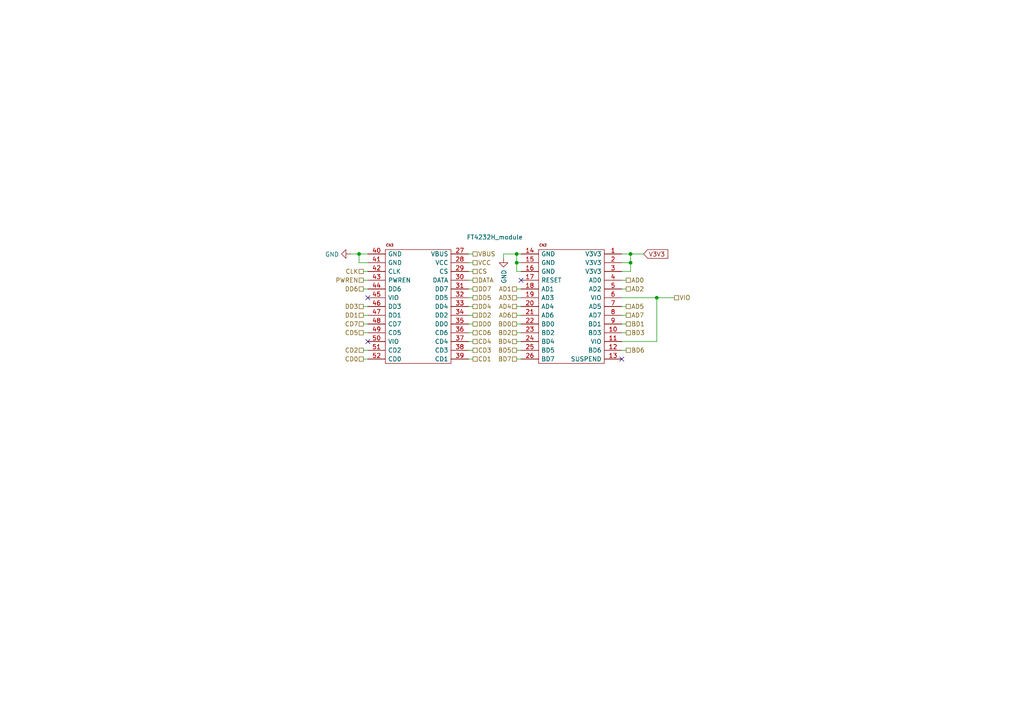
<source format=kicad_sch>
(kicad_sch (version 20201015) (generator eeschema)
  (paper "A4")
  (title_block (title "FT4232H") (date "2020-08-29") (rev "1.0") (company "Author: Alicja"))
  (lib_symbols
    (symbol "FTDI:FT4232H_module" (pin_names (offset 0.762))
      (property "Value" "FT4232H_module" (at -38.1 5.08 0))
      (symbol "FT4232H_module_0_0"
        (text "CN2" (at 7.62 2.54 0) (effects (font (size 0.7112 0.7112))))
        (text "CN3" (at -36.83 2.54 0) (effects (font (size 0.7112 0.7112))))
        (pin passive line (at 30.48 0 180) (length 5.08) (name "V3V3") (number "1"))
        (pin passive line (at 30.48 -22.86 180) (length 5.08) (name "BD3") (number "10"))
        (pin passive line (at 30.48 -25.4 180) (length 5.08) (name "VIO") (number "11"))
        (pin passive line (at 30.48 -27.94 180) (length 5.08) (name "BD6") (number "12"))
        (pin passive line (at 30.48 -30.48 180) (length 5.08) (name "SUSPEND") (number "13"))
        (pin passive line (at 1.27 0 0) (length 5.08) (name "GND") (number "14"))
        (pin passive line (at 1.27 -2.54 0) (length 5.08) (name "GND") (number "15"))
        (pin passive line (at 1.27 -5.08 0) (length 5.08) (name "GND") (number "16"))
        (pin passive line (at 1.27 -7.62 0) (length 5.08) (name "RESET") (number "17"))
        (pin passive line (at 1.27 -10.16 0) (length 5.08) (name "AD1") (number "18"))
        (pin passive line (at 1.27 -12.7 0) (length 5.08) (name "AD3") (number "19"))
        (pin passive line (at 30.48 -2.54 180) (length 5.08) (name "V3V3") (number "2"))
        (pin passive line (at 1.27 -15.24 0) (length 5.08) (name "AD4") (number "20"))
        (pin passive line (at 1.27 -17.78 0) (length 5.08) (name "AD6") (number "21"))
        (pin passive line (at 1.27 -20.32 0) (length 5.08) (name "BD0") (number "22"))
        (pin passive line (at 1.27 -22.86 0) (length 5.08) (name "BD2") (number "23"))
        (pin passive line (at 1.27 -25.4 0) (length 5.08) (name "BD4") (number "24"))
        (pin passive line (at 1.27 -27.94 0) (length 5.08) (name "BD5") (number "25"))
        (pin passive line (at 1.27 -30.48 0) (length 5.08) (name "BD7") (number "26"))
        (pin passive line (at 30.48 -5.08 180) (length 5.08) (name "V3V3") (number "3"))
        (pin passive line (at 30.48 -7.62 180) (length 5.08) (name "AD0") (number "4"))
        (pin passive line (at 30.48 -10.16 180) (length 5.08) (name "AD2") (number "5"))
        (pin passive line (at 30.48 -12.7 180) (length 5.08) (name "VIO") (number "6"))
        (pin passive line (at 30.48 -15.24 180) (length 5.08) (name "AD5") (number "7"))
        (pin passive line (at 30.48 -17.78 180) (length 5.08) (name "AD7") (number "8"))
        (pin passive line (at 30.48 -20.32 180) (length 5.08) (name "BD1") (number "9"))
      )
      (symbol "FT4232H_module_0_1"
        (rectangle (start 6.35 1.27) (end 25.4 -31.75))
      )
      (symbol "FT4232H_module_1_1"
        (rectangle (start -38.1 1.27) (end -19.05 -31.75))
        (pin passive line (at -13.97 0 180) (length 5.08) (name "VBUS") (number "27"))
        (pin passive line (at -13.97 -2.54 180) (length 5.08) (name "VCC") (number "28"))
        (pin passive line (at -13.97 -5.08 180) (length 5.08) (name "CS") (number "29"))
        (pin passive line (at -13.97 -7.62 180) (length 5.08) (name "DATA") (number "30"))
        (pin passive line (at -13.97 -10.16 180) (length 5.08) (name "DD7") (number "31"))
        (pin passive line (at -13.97 -12.7 180) (length 5.08) (name "DD5") (number "32"))
        (pin passive line (at -13.97 -15.24 180) (length 5.08) (name "DD4") (number "33"))
        (pin passive line (at -13.97 -17.78 180) (length 5.08) (name "DD2") (number "34"))
        (pin passive line (at -13.97 -20.32 180) (length 5.08) (name "DD0") (number "35"))
        (pin passive line (at -13.97 -22.86 180) (length 5.08) (name "CD6") (number "36"))
        (pin passive line (at -13.97 -25.4 180) (length 5.08) (name "CD4") (number "37"))
        (pin passive line (at -13.97 -27.94 180) (length 5.08) (name "CD3") (number "38"))
        (pin passive line (at -13.97 -30.48 180) (length 5.08) (name "CD1") (number "39"))
        (pin passive line (at -43.18 0 0) (length 5.08) (name "GND") (number "40"))
        (pin passive line (at -43.18 -2.54 0) (length 5.08) (name "GND") (number "41"))
        (pin passive line (at -43.18 -5.08 0) (length 5.08) (name "CLK") (number "42"))
        (pin passive line (at -43.18 -7.62 0) (length 5.08) (name "PWREN") (number "43"))
        (pin passive line (at -43.18 -10.16 0) (length 5.08) (name "DD6") (number "44"))
        (pin passive line (at -43.18 -12.7 0) (length 5.08) (name "VIO") (number "45"))
        (pin passive line (at -43.18 -15.24 0) (length 5.08) (name "DD3") (number "46"))
        (pin passive line (at -43.18 -17.78 0) (length 5.08) (name "DD1") (number "47"))
        (pin passive line (at -43.18 -20.32 0) (length 5.08) (name "CD7") (number "48"))
        (pin passive line (at -43.18 -22.86 0) (length 5.08) (name "CD5") (number "49"))
        (pin passive line (at -43.18 -25.4 0) (length 5.08) (name "VIO") (number "50"))
        (pin passive line (at -43.18 -27.94 0) (length 5.08) (name "CD2") (number "51"))
        (pin passive line (at -43.18 -30.48 0) (length 5.08) (name "CD0") (number "52"))
      )
    )
    (symbol "power:GND" (power) (pin_names (offset 0))
      (property "Value" "GND" (at 0 -3.81 0))
      (symbol "GND_0_1"
        (polyline (pts (xy 0 0) (xy 0 -1.27) (xy 1.27 -1.27) (xy 0 -2.54) (xy -1.27 -1.27) (xy 0 -1.27)))
      )
      (symbol "GND_1_1"
        (pin power_in line (at 0 0 270) (length 0) hide (name "GND") (number "1"))
      )
    )
  )
  (junction (at 104.14 73.66) (diameter 0.9144))
  (junction (at 149.86 73.66) (diameter 0.9144))
  (junction (at 149.86 76.2) (diameter 0.9144))
  (junction (at 182.88 73.66) (diameter 0.9144))
  (junction (at 182.88 76.2) (diameter 0.9144))
  (junction (at 190.5 86.36) (diameter 0.9144))
  (no_connect (at 106.68 86.36))
  (no_connect (at 106.68 99.06))
  (no_connect (at 151.13 81.28))
  (no_connect (at 180.34 104.14))
  (wire (pts (xy 104.14 73.66) (xy 101.6 73.66)))
  (wire (pts (xy 104.14 76.2) (xy 104.14 73.66)))
  (wire (pts (xy 105.41 101.6) (xy 106.68 101.6)))
  (wire (pts (xy 105.41 104.14) (xy 106.68 104.14)))
  (wire (pts (xy 106.68 73.66) (xy 104.14 73.66)))
  (wire (pts (xy 106.68 76.2) (xy 104.14 76.2)))
  (wire (pts (xy 106.68 78.74) (xy 105.41 78.74)))
  (wire (pts (xy 106.68 81.28) (xy 105.41 81.28)))
  (wire (pts (xy 106.68 83.82) (xy 105.41 83.82)))
  (wire (pts (xy 106.68 88.9) (xy 105.41 88.9)))
  (wire (pts (xy 106.68 91.44) (xy 105.41 91.44)))
  (wire (pts (xy 106.68 93.98) (xy 105.41 93.98)))
  (wire (pts (xy 106.68 96.52) (xy 105.41 96.52)))
  (wire (pts (xy 137.16 73.66) (xy 135.89 73.66)))
  (wire (pts (xy 137.16 76.2) (xy 135.89 76.2)))
  (wire (pts (xy 137.16 78.74) (xy 135.89 78.74)))
  (wire (pts (xy 137.16 81.28) (xy 135.89 81.28)))
  (wire (pts (xy 137.16 83.82) (xy 135.89 83.82)))
  (wire (pts (xy 137.16 86.36) (xy 135.89 86.36)))
  (wire (pts (xy 137.16 88.9) (xy 135.89 88.9)))
  (wire (pts (xy 137.16 91.44) (xy 135.89 91.44)))
  (wire (pts (xy 137.16 93.98) (xy 135.89 93.98)))
  (wire (pts (xy 137.16 96.52) (xy 135.89 96.52)))
  (wire (pts (xy 137.16 99.06) (xy 135.89 99.06)))
  (wire (pts (xy 137.16 101.6) (xy 135.89 101.6)))
  (wire (pts (xy 137.16 104.14) (xy 135.89 104.14)))
  (wire (pts (xy 146.05 73.66) (xy 146.05 74.93)))
  (wire (pts (xy 149.86 73.66) (xy 146.05 73.66)))
  (wire (pts (xy 149.86 76.2) (xy 149.86 73.66)))
  (wire (pts (xy 149.86 78.74) (xy 149.86 76.2)))
  (wire (pts (xy 149.86 88.9) (xy 151.13 88.9)))
  (wire (pts (xy 151.13 73.66) (xy 149.86 73.66)))
  (wire (pts (xy 151.13 76.2) (xy 149.86 76.2)))
  (wire (pts (xy 151.13 78.74) (xy 149.86 78.74)))
  (wire (pts (xy 151.13 83.82) (xy 149.86 83.82)))
  (wire (pts (xy 151.13 86.36) (xy 149.86 86.36)))
  (wire (pts (xy 151.13 91.44) (xy 149.86 91.44)))
  (wire (pts (xy 151.13 93.98) (xy 149.86 93.98)))
  (wire (pts (xy 151.13 96.52) (xy 149.86 96.52)))
  (wire (pts (xy 151.13 99.06) (xy 149.86 99.06)))
  (wire (pts (xy 151.13 101.6) (xy 149.86 101.6)))
  (wire (pts (xy 151.13 104.14) (xy 149.86 104.14)))
  (wire (pts (xy 180.34 76.2) (xy 182.88 76.2)))
  (wire (pts (xy 180.34 78.74) (xy 182.88 78.74)))
  (wire (pts (xy 180.34 99.06) (xy 190.5 99.06)))
  (wire (pts (xy 181.61 81.28) (xy 180.34 81.28)))
  (wire (pts (xy 181.61 83.82) (xy 180.34 83.82)))
  (wire (pts (xy 181.61 88.9) (xy 180.34 88.9)))
  (wire (pts (xy 181.61 91.44) (xy 180.34 91.44)))
  (wire (pts (xy 181.61 93.98) (xy 180.34 93.98)))
  (wire (pts (xy 181.61 96.52) (xy 180.34 96.52)))
  (wire (pts (xy 181.61 101.6) (xy 180.34 101.6)))
  (wire (pts (xy 182.88 73.66) (xy 180.34 73.66)))
  (wire (pts (xy 182.88 76.2) (xy 182.88 73.66)))
  (wire (pts (xy 182.88 78.74) (xy 182.88 76.2)))
  (wire (pts (xy 186.69 73.66) (xy 182.88 73.66)))
  (wire (pts (xy 190.5 86.36) (xy 180.34 86.36)))
  (wire (pts (xy 190.5 99.06) (xy 190.5 86.36)))
  (wire (pts (xy 195.58 86.36) (xy 190.5 86.36)))
  (global_label "V3V3" (shape input) (at 186.69 73.66 0) (property "Intersheet References" "${INTERSHEET_REFS}" (effects hide)))
  (hierarchical_label "CLK" (shape passive) (at 105.41 78.74 180))
  (hierarchical_label "PWREN" (shape passive) (at 105.41 81.28 180))
  (hierarchical_label "DD6" (shape passive) (at 105.41 83.82 180))
  (hierarchical_label "DD3" (shape passive) (at 105.41 88.9 180))
  (hierarchical_label "DD1" (shape passive) (at 105.41 91.44 180))
  (hierarchical_label "CD7" (shape passive) (at 105.41 93.98 180))
  (hierarchical_label "CD5" (shape passive) (at 105.41 96.52 180))
  (hierarchical_label "CD2" (shape passive) (at 105.41 101.6 180))
  (hierarchical_label "CD0" (shape passive) (at 105.41 104.14 180))
  (hierarchical_label "VBUS" (shape passive) (at 137.16 73.66 0))
  (hierarchical_label "VCC" (shape passive) (at 137.16 76.2 0))
  (hierarchical_label "CS" (shape passive) (at 137.16 78.74 0))
  (hierarchical_label "DATA" (shape passive) (at 137.16 81.28 0))
  (hierarchical_label "DD7" (shape passive) (at 137.16 83.82 0))
  (hierarchical_label "DD5" (shape passive) (at 137.16 86.36 0))
  (hierarchical_label "DD4" (shape passive) (at 137.16 88.9 0))
  (hierarchical_label "DD2" (shape passive) (at 137.16 91.44 0))
  (hierarchical_label "DD0" (shape passive) (at 137.16 93.98 0))
  (hierarchical_label "CD6" (shape passive) (at 137.16 96.52 0))
  (hierarchical_label "CD4" (shape passive) (at 137.16 99.06 0))
  (hierarchical_label "CD3" (shape passive) (at 137.16 101.6 0))
  (hierarchical_label "CD1" (shape passive) (at 137.16 104.14 0))
  (hierarchical_label "AD1" (shape passive) (at 149.86 83.82 180))
  (hierarchical_label "AD3" (shape passive) (at 149.86 86.36 180))
  (hierarchical_label "AD4" (shape passive) (at 149.86 88.9 180))
  (hierarchical_label "AD6" (shape passive) (at 149.86 91.44 180))
  (hierarchical_label "BD0" (shape passive) (at 149.86 93.98 180))
  (hierarchical_label "BD2" (shape passive) (at 149.86 96.52 180))
  (hierarchical_label "BD4" (shape passive) (at 149.86 99.06 180))
  (hierarchical_label "BD5" (shape passive) (at 149.86 101.6 180))
  (hierarchical_label "BD7" (shape passive) (at 149.86 104.14 180))
  (hierarchical_label "AD0" (shape passive) (at 181.61 81.28 0))
  (hierarchical_label "AD2" (shape passive) (at 181.61 83.82 0))
  (hierarchical_label "AD5" (shape passive) (at 181.61 88.9 0))
  (hierarchical_label "AD7" (shape passive) (at 181.61 91.44 0))
  (hierarchical_label "BD1" (shape passive) (at 181.61 93.98 0))
  (hierarchical_label "BD3" (shape passive) (at 181.61 96.52 0))
  (hierarchical_label "BD6" (shape passive) (at 181.61 101.6 0))
  (hierarchical_label "VIO" (shape passive) (at 195.58 86.36 0))
  (symbol (lib_id "power:GND") (at 101.6 73.66 270) (unit 1)
    (property "Reference" "#PWR01" (effects hide))
    (property "Value" "GND" (at 98.3488 73.787 90) (effects (justify right)))
  )
  (symbol (lib_id "power:GND") (at 146.05 74.93 0) (unit 1)
    (property "Reference" "#PWR0101" (effects hide))
    (property "Value" "GND" (at 146.177 78.1812 90) (effects (justify right)))
  )
  (symbol (lib_id "FTDI:FT4232H_module") (at 149.86 73.66 0) (unit 1)
    (property "Reference" "U1" (effects hide))
    (property "Value" "FT4232H_module" (at 143.51 68.8086 0))
    (property "Footprint" "neon_footprints:FT4232H-MINI-MODULE-2" (effects hide))
  )
)
</source>
